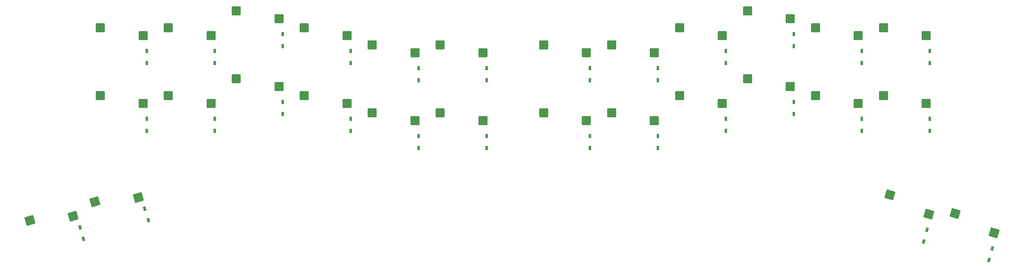
<source format=gbr>
%TF.GenerationSoftware,KiCad,Pcbnew,8.0.0*%
%TF.CreationDate,2024-03-10T10:49:13-04:00*%
%TF.ProjectId,Kiwi MKIII,4b697769-204d-44b4-9949-492e6b696361,rev?*%
%TF.SameCoordinates,Original*%
%TF.FileFunction,Paste,Bot*%
%TF.FilePolarity,Positive*%
%FSLAX46Y46*%
G04 Gerber Fmt 4.6, Leading zero omitted, Abs format (unit mm)*
G04 Created by KiCad (PCBNEW 8.0.0) date 2024-03-10 10:49:13*
%MOMM*%
%LPD*%
G01*
G04 APERTURE LIST*
G04 Aperture macros list*
%AMRoundRect*
0 Rectangle with rounded corners*
0 $1 Rounding radius*
0 $2 $3 $4 $5 $6 $7 $8 $9 X,Y pos of 4 corners*
0 Add a 4 corners polygon primitive as box body*
4,1,4,$2,$3,$4,$5,$6,$7,$8,$9,$2,$3,0*
0 Add four circle primitives for the rounded corners*
1,1,$1+$1,$2,$3*
1,1,$1+$1,$4,$5*
1,1,$1+$1,$6,$7*
1,1,$1+$1,$8,$9*
0 Add four rect primitives between the rounded corners*
20,1,$1+$1,$2,$3,$4,$5,0*
20,1,$1+$1,$4,$5,$6,$7,0*
20,1,$1+$1,$6,$7,$8,$9,0*
20,1,$1+$1,$8,$9,$2,$3,0*%
%AMRotRect*
0 Rectangle, with rotation*
0 The origin of the aperture is its center*
0 $1 length*
0 $2 width*
0 $3 Rotation angle, in degrees counterclockwise*
0 Add horizontal line*
21,1,$1,$2,0,0,$3*%
G04 Aperture macros list end*
%ADD10RoundRect,0.250000X-1.025000X-1.000000X1.025000X-1.000000X1.025000X1.000000X-1.025000X1.000000X0*%
%ADD11RoundRect,0.250000X-1.260931X-0.678733X0.709656X-1.243790X1.260931X0.678733X-0.709656X1.243790X0*%
%ADD12RoundRect,0.250000X-0.709656X-1.243790X1.260931X-0.678733X0.709656X1.243790X-1.260931X0.678733X0*%
%ADD13R,0.750000X1.200000*%
%ADD14RotRect,0.750000X1.200000X16.000000*%
%ADD15RotRect,0.750000X1.200000X344.000000*%
%ADD16RotRect,0.750000X1.200000X164.000000*%
G04 APERTURE END LIST*
D10*
%TO.C,SW203*%
X258129300Y-111492700D03*
X270129300Y-113692700D03*
%TD*%
%TO.C,SW209*%
X258129300Y-130542700D03*
X270129300Y-132742700D03*
%TD*%
%TO.C,SW310*%
X133879300Y-125780200D03*
X145879300Y-127980200D03*
%TD*%
%TO.C,SW303*%
X152929300Y-111492700D03*
X164929300Y-113692700D03*
%TD*%
%TO.C,SW201*%
X220029300Y-116255200D03*
X232029300Y-118455200D03*
%TD*%
%TO.C,SW207*%
X220029300Y-135305200D03*
X232029300Y-137505200D03*
%TD*%
%TO.C,SW208*%
X239079300Y-135305200D03*
X251079300Y-137505200D03*
%TD*%
%TO.C,SW302*%
X171979300Y-116255200D03*
X183979300Y-118455200D03*
%TD*%
%TO.C,SW212*%
X315279300Y-130542700D03*
X327279300Y-132742700D03*
%TD*%
%TO.C,SW305*%
X114829300Y-111492700D03*
X126829300Y-113692700D03*
%TD*%
%TO.C,SW206*%
X315279300Y-111492700D03*
X327279300Y-113692700D03*
%TD*%
%TO.C,SW304*%
X133879300Y-106730200D03*
X145879300Y-108930200D03*
%TD*%
%TO.C,SW309*%
X152929300Y-130542700D03*
X164929300Y-132742700D03*
%TD*%
%TO.C,SW202*%
X239079300Y-116255200D03*
X251079300Y-118455200D03*
%TD*%
%TO.C,SW307*%
X191029300Y-135305200D03*
X203029300Y-137505200D03*
%TD*%
%TO.C,SW311*%
X114829300Y-130542700D03*
X126829300Y-132742700D03*
%TD*%
%TO.C,SW205*%
X296229300Y-111492700D03*
X308229300Y-113692700D03*
%TD*%
D11*
%TO.C,SW214*%
X335380743Y-163622508D03*
X346309481Y-169044932D03*
%TD*%
D12*
%TO.C,SW313*%
X94261060Y-160314861D03*
X106402602Y-159121988D03*
%TD*%
D10*
%TO.C,SW308*%
X171979300Y-135305200D03*
X183979300Y-137505200D03*
%TD*%
%TO.C,SW211*%
X296229300Y-130542700D03*
X308229300Y-132742700D03*
%TD*%
%TO.C,SW312*%
X95779300Y-130542700D03*
X107779300Y-132742700D03*
%TD*%
%TO.C,SW210*%
X277179300Y-125780200D03*
X289179300Y-127980200D03*
%TD*%
D12*
%TO.C,SW314*%
X75997088Y-165551971D03*
X88138630Y-164359098D03*
%TD*%
D11*
%TO.C,SW213*%
X317068708Y-158385399D03*
X327997446Y-163807823D03*
%TD*%
D10*
%TO.C,SW301*%
X191029300Y-116255200D03*
X203029300Y-118455200D03*
%TD*%
%TO.C,SW204*%
X277179300Y-106730200D03*
X289179300Y-108930200D03*
%TD*%
%TO.C,SW306*%
X95779300Y-111492700D03*
X107779300Y-113692700D03*
%TD*%
D13*
%TO.C,D208*%
X252079300Y-145205200D03*
X252079300Y-141805200D03*
%TD*%
%TO.C,D206*%
X328279300Y-121392700D03*
X328279300Y-117992700D03*
%TD*%
%TO.C,D309*%
X165929300Y-140442700D03*
X165929300Y-137042700D03*
%TD*%
%TO.C,D301*%
X204029300Y-126155200D03*
X204029300Y-122755200D03*
%TD*%
%TO.C,D310*%
X146879300Y-135680200D03*
X146879300Y-132280200D03*
%TD*%
%TO.C,D312*%
X108779300Y-140442700D03*
X108779300Y-137042700D03*
%TD*%
%TO.C,D211*%
X309229300Y-140442700D03*
X309229300Y-137042700D03*
%TD*%
%TO.C,D201*%
X233029300Y-126155200D03*
X233029300Y-122755200D03*
%TD*%
%TO.C,D203*%
X271129300Y-121392700D03*
X271129300Y-117992700D03*
%TD*%
D14*
%TO.C,D314*%
X90983912Y-170738955D03*
X90046744Y-167470665D03*
%TD*%
D13*
%TO.C,D304*%
X146879300Y-116630200D03*
X146879300Y-113230200D03*
%TD*%
%TO.C,D202*%
X252079300Y-126155200D03*
X252079300Y-122755200D03*
%TD*%
%TO.C,D305*%
X127829300Y-121392700D03*
X127829300Y-117992700D03*
%TD*%
%TO.C,D205*%
X309229300Y-121392700D03*
X309229300Y-117992700D03*
%TD*%
%TO.C,D303*%
X165929300Y-121392700D03*
X165929300Y-117992700D03*
%TD*%
D14*
%TO.C,D313*%
X109183912Y-165488955D03*
X108246744Y-162220665D03*
%TD*%
D13*
%TO.C,D207*%
X233029300Y-145205200D03*
X233029300Y-141805200D03*
%TD*%
%TO.C,D311*%
X127829300Y-140442700D03*
X127829300Y-137042700D03*
%TD*%
%TO.C,D302*%
X184979300Y-126155200D03*
X184979300Y-122755200D03*
%TD*%
%TO.C,D307*%
X204029300Y-145205200D03*
X204029300Y-141805200D03*
%TD*%
%TO.C,D209*%
X271129300Y-140442700D03*
X271129300Y-137042700D03*
%TD*%
D15*
%TO.C,D213*%
X326528862Y-171441968D03*
X327466030Y-168173678D03*
%TD*%
D13*
%TO.C,D306*%
X108779300Y-121392700D03*
X108779300Y-117992700D03*
%TD*%
%TO.C,D210*%
X290179300Y-135680200D03*
X290179300Y-132280200D03*
%TD*%
D15*
%TO.C,D214*%
X344840897Y-176679077D03*
D16*
X345778065Y-173410787D03*
%TD*%
D13*
%TO.C,D308*%
X184979300Y-145205200D03*
X184979300Y-141805200D03*
%TD*%
%TO.C,D212*%
X328279300Y-140442700D03*
X328279300Y-137042700D03*
%TD*%
%TO.C,D204*%
X290179300Y-116630200D03*
X290179300Y-113230200D03*
%TD*%
M02*

</source>
